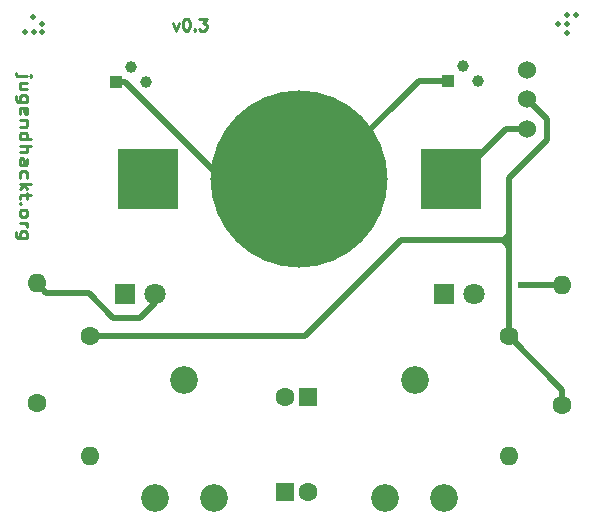
<source format=gbr>
G04 #@! TF.GenerationSoftware,KiCad,Pcbnew,5.0.0*
G04 #@! TF.CreationDate,2018-08-21T17:50:13+02:00*
G04 #@! TF.ProjectId,blink_badge,626C696E6B5F62616467652E6B696361,rev?*
G04 #@! TF.SameCoordinates,Original*
G04 #@! TF.FileFunction,Copper,L1,Top,Signal*
G04 #@! TF.FilePolarity,Positive*
%FSLAX46Y46*%
G04 Gerber Fmt 4.6, Leading zero omitted, Abs format (unit mm)*
G04 Created by KiCad (PCBNEW 5.0.0) date Tue Aug 21 17:50:13 2018*
%MOMM*%
%LPD*%
G01*
G04 APERTURE LIST*
G04 #@! TA.AperFunction,NonConductor*
%ADD10C,0.250000*%
G04 #@! TD*
G04 #@! TA.AperFunction,SMDPad,CuDef*
%ADD11R,5.080000X5.080000*%
G04 #@! TD*
G04 #@! TA.AperFunction,BGAPad,CuDef*
%ADD12C,15.000000*%
G04 #@! TD*
G04 #@! TA.AperFunction,BGAPad,CuDef*
%ADD13C,0.500000*%
G04 #@! TD*
G04 #@! TA.AperFunction,ComponentPad*
%ADD14C,2.340000*%
G04 #@! TD*
G04 #@! TA.AperFunction,ComponentPad*
%ADD15R,1.600000X1.600000*%
G04 #@! TD*
G04 #@! TA.AperFunction,ComponentPad*
%ADD16C,1.600000*%
G04 #@! TD*
G04 #@! TA.AperFunction,ComponentPad*
%ADD17O,1.600000X1.600000*%
G04 #@! TD*
G04 #@! TA.AperFunction,ComponentPad*
%ADD18C,1.524000*%
G04 #@! TD*
G04 #@! TA.AperFunction,ComponentPad*
%ADD19R,1.800000X1.800000*%
G04 #@! TD*
G04 #@! TA.AperFunction,ComponentPad*
%ADD20C,1.800000*%
G04 #@! TD*
G04 #@! TA.AperFunction,ComponentPad*
%ADD21C,1.000000*%
G04 #@! TD*
G04 #@! TA.AperFunction,ComponentPad*
%ADD22R,1.000000X1.000000*%
G04 #@! TD*
G04 #@! TA.AperFunction,ViaPad*
%ADD23C,0.600000*%
G04 #@! TD*
G04 #@! TA.AperFunction,Conductor*
%ADD24C,0.500000*%
G04 #@! TD*
G04 APERTURE END LIST*
D10*
X41571428Y-73285714D02*
X41809523Y-73952380D01*
X42047619Y-73285714D01*
X42619047Y-72952380D02*
X42714285Y-72952380D01*
X42809523Y-73000000D01*
X42857142Y-73047619D01*
X42904761Y-73142857D01*
X42952380Y-73333333D01*
X42952380Y-73571428D01*
X42904761Y-73761904D01*
X42857142Y-73857142D01*
X42809523Y-73904761D01*
X42714285Y-73952380D01*
X42619047Y-73952380D01*
X42523809Y-73904761D01*
X42476190Y-73857142D01*
X42428571Y-73761904D01*
X42380952Y-73571428D01*
X42380952Y-73333333D01*
X42428571Y-73142857D01*
X42476190Y-73047619D01*
X42523809Y-73000000D01*
X42619047Y-72952380D01*
X43380952Y-73857142D02*
X43428571Y-73904761D01*
X43380952Y-73952380D01*
X43333333Y-73904761D01*
X43380952Y-73857142D01*
X43380952Y-73952380D01*
X43761904Y-72952380D02*
X44380952Y-72952380D01*
X44047619Y-73333333D01*
X44190476Y-73333333D01*
X44285714Y-73380952D01*
X44333333Y-73428571D01*
X44380952Y-73523809D01*
X44380952Y-73761904D01*
X44333333Y-73857142D01*
X44285714Y-73904761D01*
X44190476Y-73952380D01*
X43904761Y-73952380D01*
X43809523Y-73904761D01*
X43761904Y-73857142D01*
X29214285Y-77792857D02*
X28357142Y-77792857D01*
X28261904Y-77735714D01*
X28214285Y-77621428D01*
X28214285Y-77564285D01*
X29547619Y-77792857D02*
X29500000Y-77735714D01*
X29452380Y-77792857D01*
X29500000Y-77850000D01*
X29547619Y-77792857D01*
X29452380Y-77792857D01*
X29214285Y-78878571D02*
X28547619Y-78878571D01*
X29214285Y-78364285D02*
X28690476Y-78364285D01*
X28595238Y-78421428D01*
X28547619Y-78535714D01*
X28547619Y-78707142D01*
X28595238Y-78821428D01*
X28642857Y-78878571D01*
X29214285Y-79964285D02*
X28404761Y-79964285D01*
X28309523Y-79907142D01*
X28261904Y-79850000D01*
X28214285Y-79735714D01*
X28214285Y-79564285D01*
X28261904Y-79450000D01*
X28595238Y-79964285D02*
X28547619Y-79850000D01*
X28547619Y-79621428D01*
X28595238Y-79507142D01*
X28642857Y-79450000D01*
X28738095Y-79392857D01*
X29023809Y-79392857D01*
X29119047Y-79450000D01*
X29166666Y-79507142D01*
X29214285Y-79621428D01*
X29214285Y-79850000D01*
X29166666Y-79964285D01*
X28595238Y-80992857D02*
X28547619Y-80878571D01*
X28547619Y-80650000D01*
X28595238Y-80535714D01*
X28690476Y-80478571D01*
X29071428Y-80478571D01*
X29166666Y-80535714D01*
X29214285Y-80650000D01*
X29214285Y-80878571D01*
X29166666Y-80992857D01*
X29071428Y-81050000D01*
X28976190Y-81050000D01*
X28880952Y-80478571D01*
X29214285Y-81564285D02*
X28547619Y-81564285D01*
X29119047Y-81564285D02*
X29166666Y-81621428D01*
X29214285Y-81735714D01*
X29214285Y-81907142D01*
X29166666Y-82021428D01*
X29071428Y-82078571D01*
X28547619Y-82078571D01*
X28547619Y-83164285D02*
X29547619Y-83164285D01*
X28595238Y-83164285D02*
X28547619Y-83050000D01*
X28547619Y-82821428D01*
X28595238Y-82707142D01*
X28642857Y-82650000D01*
X28738095Y-82592857D01*
X29023809Y-82592857D01*
X29119047Y-82650000D01*
X29166666Y-82707142D01*
X29214285Y-82821428D01*
X29214285Y-83050000D01*
X29166666Y-83164285D01*
X28547619Y-83735714D02*
X29547619Y-83735714D01*
X28547619Y-84250000D02*
X29071428Y-84250000D01*
X29166666Y-84192857D01*
X29214285Y-84078571D01*
X29214285Y-83907142D01*
X29166666Y-83792857D01*
X29119047Y-83735714D01*
X28547619Y-85335714D02*
X29071428Y-85335714D01*
X29166666Y-85278571D01*
X29214285Y-85164285D01*
X29214285Y-84935714D01*
X29166666Y-84821428D01*
X28595238Y-85335714D02*
X28547619Y-85221428D01*
X28547619Y-84935714D01*
X28595238Y-84821428D01*
X28690476Y-84764285D01*
X28785714Y-84764285D01*
X28880952Y-84821428D01*
X28928571Y-84935714D01*
X28928571Y-85221428D01*
X28976190Y-85335714D01*
X28595238Y-86421428D02*
X28547619Y-86307142D01*
X28547619Y-86078571D01*
X28595238Y-85964285D01*
X28642857Y-85907142D01*
X28738095Y-85850000D01*
X29023809Y-85850000D01*
X29119047Y-85907142D01*
X29166666Y-85964285D01*
X29214285Y-86078571D01*
X29214285Y-86307142D01*
X29166666Y-86421428D01*
X28547619Y-86935714D02*
X29547619Y-86935714D01*
X28928571Y-87050000D02*
X28547619Y-87392857D01*
X29214285Y-87392857D02*
X28833333Y-86935714D01*
X29214285Y-87735714D02*
X29214285Y-88192857D01*
X29547619Y-87907142D02*
X28690476Y-87907142D01*
X28595238Y-87964285D01*
X28547619Y-88078571D01*
X28547619Y-88192857D01*
X28642857Y-88592857D02*
X28595238Y-88650000D01*
X28547619Y-88592857D01*
X28595238Y-88535714D01*
X28642857Y-88592857D01*
X28547619Y-88592857D01*
X28547619Y-89335714D02*
X28595238Y-89221428D01*
X28642857Y-89164285D01*
X28738095Y-89107142D01*
X29023809Y-89107142D01*
X29119047Y-89164285D01*
X29166666Y-89221428D01*
X29214285Y-89335714D01*
X29214285Y-89507142D01*
X29166666Y-89621428D01*
X29119047Y-89678571D01*
X29023809Y-89735714D01*
X28738095Y-89735714D01*
X28642857Y-89678571D01*
X28595238Y-89621428D01*
X28547619Y-89507142D01*
X28547619Y-89335714D01*
X28547619Y-90250000D02*
X29214285Y-90250000D01*
X29023809Y-90250000D02*
X29119047Y-90307142D01*
X29166666Y-90364285D01*
X29214285Y-90478571D01*
X29214285Y-90592857D01*
X29214285Y-91507142D02*
X28404761Y-91507142D01*
X28309523Y-91450000D01*
X28261904Y-91392857D01*
X28214285Y-91278571D01*
X28214285Y-91107142D01*
X28261904Y-90992857D01*
X28595238Y-91507142D02*
X28547619Y-91392857D01*
X28547619Y-91164285D01*
X28595238Y-91050000D01*
X28642857Y-90992857D01*
X28738095Y-90935714D01*
X29023809Y-90935714D01*
X29119047Y-90992857D01*
X29166666Y-91050000D01*
X29214285Y-91164285D01*
X29214285Y-91392857D01*
X29166666Y-91507142D01*
D11*
G04 #@! TO.P,BT1,1*
G04 #@! TO.N,Net-(BT1-Pad1)*
X39425000Y-86500000D03*
X65075000Y-86500000D03*
D12*
G04 #@! TO.P,BT1,2*
G04 #@! TO.N,Net-(BT1-Pad2)*
X52250000Y-86500000D03*
G04 #@! TD*
D13*
G04 #@! TO.P,REF\002A\002A,1*
G04 #@! TO.N,N/C*
X29700000Y-72800000D03*
G04 #@! TD*
G04 #@! TO.P,REF\002A\002A,1*
G04 #@! TO.N,N/C*
X29050000Y-74100000D03*
G04 #@! TD*
G04 #@! TO.P,REF\002A\002A,1*
G04 #@! TO.N,N/C*
X29750000Y-74100000D03*
G04 #@! TD*
G04 #@! TO.P,REF\002A\002A,1*
G04 #@! TO.N,N/C*
X30450000Y-74100000D03*
G04 #@! TD*
G04 #@! TO.P,REF\002A\002A,1*
G04 #@! TO.N,N/C*
X30450000Y-73400000D03*
G04 #@! TD*
G04 #@! TO.P,REF\002A\002A,1*
G04 #@! TO.N,N/C*
X74150000Y-73400000D03*
G04 #@! TD*
G04 #@! TO.P,REF\002A\002A,1*
G04 #@! TO.N,N/C*
X75650000Y-72650000D03*
G04 #@! TD*
G04 #@! TO.P,REF\002A\002A,1*
G04 #@! TO.N,N/C*
X74900000Y-74150000D03*
G04 #@! TD*
G04 #@! TO.P,REF\002A\002A,1*
G04 #@! TO.N,N/C*
X74900000Y-73400000D03*
G04 #@! TD*
G04 #@! TO.P,REF\002A\002A,1*
G04 #@! TO.N,N/C*
X74900000Y-72650000D03*
G04 #@! TD*
D14*
G04 #@! TO.P,RV2,3*
G04 #@! TO.N,Net-(RV2-Pad3)*
X59500000Y-113500000D03*
G04 #@! TO.P,RV2,2*
G04 #@! TO.N,Net-(C3-Pad2)*
X62000000Y-103500000D03*
G04 #@! TO.P,RV2,1*
G04 #@! TO.N,Net-(R5-Pad2)*
X64500000Y-113500000D03*
G04 #@! TD*
D15*
G04 #@! TO.P,C1,1*
G04 #@! TO.N,Net-(C1-Pad1)*
X51000000Y-113000000D03*
D16*
G04 #@! TO.P,C1,2*
G04 #@! TO.N,Net-(C1-Pad2)*
X53000000Y-113000000D03*
G04 #@! TD*
D15*
G04 #@! TO.P,C3,1*
G04 #@! TO.N,Net-(C3-Pad1)*
X53000000Y-105000000D03*
D16*
G04 #@! TO.P,C3,2*
G04 #@! TO.N,Net-(C3-Pad2)*
X51000000Y-105000000D03*
G04 #@! TD*
G04 #@! TO.P,R1,1*
G04 #@! TO.N,Net-(R1-Pad1)*
X30000000Y-105500000D03*
D17*
G04 #@! TO.P,R1,2*
G04 #@! TO.N,Net-(D1-Pad2)*
X30000000Y-95340000D03*
G04 #@! TD*
D16*
G04 #@! TO.P,R3,1*
G04 #@! TO.N,Net-(R1-Pad1)*
X34500000Y-99840000D03*
D17*
G04 #@! TO.P,R3,2*
G04 #@! TO.N,Net-(R3-Pad2)*
X34500000Y-110000000D03*
G04 #@! TD*
D16*
G04 #@! TO.P,R5,1*
G04 #@! TO.N,Net-(R1-Pad1)*
X70000000Y-99840000D03*
D17*
G04 #@! TO.P,R5,2*
G04 #@! TO.N,Net-(R5-Pad2)*
X70000000Y-110000000D03*
G04 #@! TD*
D16*
G04 #@! TO.P,R7,1*
G04 #@! TO.N,Net-(R1-Pad1)*
X74500000Y-105660000D03*
D17*
G04 #@! TO.P,R7,2*
G04 #@! TO.N,Net-(D2-Pad2)*
X74500000Y-95500000D03*
G04 #@! TD*
D14*
G04 #@! TO.P,RV1,3*
G04 #@! TO.N,Net-(RV1-Pad3)*
X40000000Y-113500000D03*
G04 #@! TO.P,RV1,2*
G04 #@! TO.N,Net-(C1-Pad2)*
X42500000Y-103500000D03*
G04 #@! TO.P,RV1,1*
G04 #@! TO.N,Net-(R3-Pad2)*
X45000000Y-113500000D03*
G04 #@! TD*
D18*
G04 #@! TO.P,SW1,1*
G04 #@! TO.N,Net-(BT1-Pad1)*
X71550000Y-82250000D03*
G04 #@! TO.P,SW1,2*
G04 #@! TO.N,Net-(R1-Pad1)*
X71550000Y-79750000D03*
G04 #@! TO.P,SW1,3*
G04 #@! TO.N,N/C*
X71550000Y-77250000D03*
G04 #@! TD*
D19*
G04 #@! TO.P,D1,1*
G04 #@! TO.N,Net-(C1-Pad1)*
X37460000Y-96250000D03*
D20*
G04 #@! TO.P,D1,2*
G04 #@! TO.N,Net-(D1-Pad2)*
X40000000Y-96250000D03*
G04 #@! TD*
D21*
G04 #@! TO.P,Q1,2*
G04 #@! TO.N,Net-(C3-Pad2)*
X38000000Y-77000000D03*
G04 #@! TO.P,Q1,3*
G04 #@! TO.N,Net-(C1-Pad1)*
X39270000Y-78270000D03*
D22*
G04 #@! TO.P,Q1,1*
G04 #@! TO.N,Net-(BT1-Pad2)*
X36730000Y-78270000D03*
G04 #@! TD*
D21*
G04 #@! TO.P,Q3,2*
G04 #@! TO.N,Net-(C1-Pad2)*
X66130000Y-76930000D03*
G04 #@! TO.P,Q3,3*
G04 #@! TO.N,Net-(C3-Pad1)*
X67400000Y-78200000D03*
D22*
G04 #@! TO.P,Q3,1*
G04 #@! TO.N,Net-(BT1-Pad2)*
X64860000Y-78200000D03*
G04 #@! TD*
D19*
G04 #@! TO.P,D2,1*
G04 #@! TO.N,Net-(C3-Pad1)*
X64460000Y-96250000D03*
D20*
G04 #@! TO.P,D2,2*
G04 #@! TO.N,Net-(D2-Pad2)*
X67000000Y-96250000D03*
G04 #@! TD*
D23*
G04 #@! TO.N,Net-(D2-Pad2)*
X71000000Y-95500000D03*
G04 #@! TD*
D24*
G04 #@! TO.N,Net-(BT1-Pad1)*
X65150000Y-86850000D02*
X69750000Y-82250000D01*
X69750000Y-82250000D02*
X71550000Y-82250000D01*
G04 #@! TO.N,Net-(BT1-Pad2)*
X64860000Y-78200000D02*
X62335000Y-78200000D01*
X62335000Y-78200000D02*
X52325000Y-88210000D01*
X52325000Y-88210000D02*
X47410634Y-88210000D01*
X47410634Y-88210000D02*
X37470634Y-78270000D01*
X37470634Y-78270000D02*
X36730000Y-78270000D01*
G04 #@! TO.N,Net-(D1-Pad2)*
X30000000Y-95340000D02*
X30799999Y-96139999D01*
X30799999Y-96139999D02*
X34389999Y-96139999D01*
X34389999Y-96139999D02*
X36500000Y-98250000D01*
X36500000Y-98250000D02*
X38766506Y-98250000D01*
X38766506Y-98250000D02*
X40000000Y-97016506D01*
X40000000Y-97016506D02*
X40000000Y-96250000D01*
G04 #@! TO.N,Net-(R1-Pad1)*
X69250000Y-91698082D02*
X60884171Y-91698082D01*
X60884171Y-91698082D02*
X52742253Y-99840000D01*
X52742253Y-99840000D02*
X40160000Y-99840000D01*
X40160000Y-99840000D02*
X34500000Y-99840000D01*
X70000000Y-99840000D02*
X74500000Y-104340000D01*
X74500000Y-104340000D02*
X74500000Y-105660000D01*
X70000000Y-94400000D02*
X70000000Y-99840000D01*
X69250000Y-91698082D02*
X69551918Y-91698082D01*
X70000000Y-94400000D02*
X70000000Y-92250000D01*
X70000000Y-92250000D02*
X70000000Y-91250000D01*
X69250000Y-91698082D02*
X69448082Y-91698082D01*
X69448082Y-91698082D02*
X70000000Y-92250000D01*
X70000000Y-91250000D02*
X70000000Y-86412163D01*
X69551918Y-91698082D02*
X70000000Y-91250000D01*
X70000000Y-86412163D02*
X73223075Y-83189088D01*
X73223075Y-83189088D02*
X73223075Y-81423075D01*
X73223075Y-81423075D02*
X71550000Y-79750000D01*
X71550000Y-79750000D02*
X72000000Y-79750000D01*
G04 #@! TO.N,Net-(D2-Pad2)*
X74500000Y-95500000D02*
X71000000Y-95500000D01*
G04 #@! TD*
M02*

</source>
